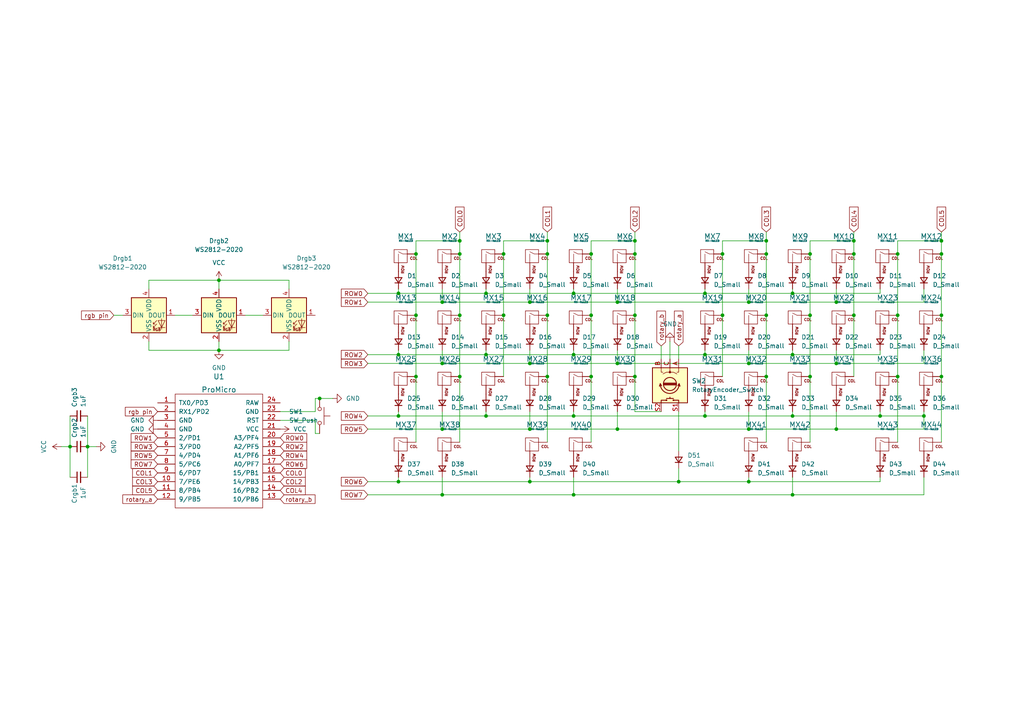
<source format=kicad_sch>
(kicad_sch (version 20211123) (generator eeschema)
  (paper "A4")
  (lib_symbols
    (symbol "Device:C_Small" (pin_numbers hide) (pin_names (offset 0.254) hide)
      (property "Reference" "C" (at 0.254 1.778 0))
      (property "Value" "C_Small" (at 0.254 -2.032 0))
      (symbol "C_Small_1_1"
        (pin passive line (at 0 2.54 270) (length 2.032) (name "~") (number "1"))
        (pin passive line (at 0 -2.54 90) (length 2.032) (name "~") (number "2"))
      )
    )
    (symbol "Device:D_Small" (pin_numbers hide) (pin_names (offset 0.254) hide)
      (property "Reference" "D" (at -1.27 2.032 0))
      (property "Value" "D_Small" (at -3.81 -2.032 0))
      (symbol "D_Small_1_1"
        (pin passive line (at -2.54 0 0) (length 1.778) (name "K") (number "1"))
        (pin passive line (at 2.54 0 180) (length 1.778) (name "A") (number "2"))
      )
    )
    (symbol "Device:RotaryEncoder_Switch" (pin_names (offset 0.254) hide)
      (property "Reference" "SW" (at 0 6.604 0))
      (property "Value" "RotaryEncoder_Switch" (at 0 -6.604 0))
      (symbol "RotaryEncoder_Switch_1_1"
        (pin passive line (at -7.62 2.54 0) (length 2.54) (name "A") (number "A"))
        (pin passive line (at -7.62 -2.54 0) (length 2.54) (name "B") (number "B"))
        (pin passive line (at -7.62 0 0) (length 2.54) (name "C") (number "C"))
        (pin passive line (at 7.62 2.54 180) (length 2.54) (name "S1") (number "S1"))
        (pin passive line (at 7.62 -2.54 180) (length 2.54) (name "S2") (number "S2"))
      )
    )
    (symbol "MX_Alps_Hybrid:MX-NoLED" (pin_names (offset 1.016))
      (property "Reference" "MX" (at -0.635 3.81 0))
      (property "Value" "MX-NoLED" (at -0.635 1.27 0))
      (symbol "MX-NoLED_0_0"
        (text "COL" (at 3.175 0 0) (effects (font (size 0.762 0.762))))
        (text "ROW" (at 0 -1.905 900) (effects (font (size 0.762 0.762)) (justify right)))
      )
      (symbol "MX-NoLED_1_1"
        (pin passive line (at 3.81 1.27 180) (length 2.54) (name "COL") (number "1"))
        (pin passive line (at -1.27 -3.81 90) (length 2.54) (name "ROW") (number "2"))
      )
    )
    (symbol "Switch:SW_Push" (pin_numbers hide) (pin_names (offset 1.016) hide)
      (property "Reference" "SW" (at 1.27 2.54 0))
      (property "Value" "SW_Push" (at 0 -1.524 0))
      (symbol "SW_Push_0_1"
        (pin passive line (at -5.08 0 0) (length 2.54) (name "1") (number "1"))
        (pin passive line (at 5.08 0 180) (length 2.54) (name "2") (number "2"))
      )
    )
    (symbol "crumpschemes:WS2812-2020" (pin_names (offset 0.254))
      (property "Reference" "D" (at 5.08 5.715 0))
      (property "Value" "WS2812-2020" (at 1.27 -5.715 0))
      (symbol "WS2812-2020_0_0"
        (text "RGB" (at 2.286 -4.191 0) (effects (font (size 0.762 0.762))))
      )
      (symbol "WS2812-2020_1_1"
        (pin output line (at 7.62 0 180) (length 2.54) (name "DOUT") (number "1"))
        (pin power_in line (at 0 -7.62 90) (length 2.54) (name "VSS") (number "2"))
        (pin input line (at -7.62 0 0) (length 2.54) (name "DIN") (number "3"))
        (pin power_in line (at 0 7.62 270) (length 2.54) (name "VDD") (number "4"))
      )
    )
    (symbol "keebio:ProMicro" (pin_names (offset 1.016))
      (property "Reference" "U" (at 0 0 0))
      (property "Value" "ProMicro" (at 0 -19.05 0))
      (symbol "ProMicro_1_1"
        (pin input line (at -17.78 13.97 0) (length 5.08) (name "TX0/PD3") (number "1"))
        (pin input line (at -17.78 -8.89 0) (length 5.08) (name "7/PE6") (number "10"))
        (pin input line (at -17.78 -11.43 0) (length 5.08) (name "8/PB4") (number "11"))
        (pin input line (at -17.78 -13.97 0) (length 5.08) (name "9/PB5") (number "12"))
        (pin input line (at 17.78 -13.97 180) (length 5.08) (name "10/PB6") (number "13"))
        (pin input line (at 17.78 -11.43 180) (length 5.08) (name "16/PB2") (number "14"))
        (pin input line (at 17.78 -8.89 180) (length 5.08) (name "14/PB3") (number "15"))
        (pin input line (at 17.78 -6.35 180) (length 5.08) (name "15/PB1") (number "16"))
        (pin input line (at 17.78 -3.81 180) (length 5.08) (name "A0/PF7") (number "17"))
        (pin input line (at 17.78 -1.27 180) (length 5.08) (name "A1/PF6") (number "18"))
        (pin input line (at 17.78 1.27 180) (length 5.08) (name "A2/PF5") (number "19"))
        (pin input line (at -17.78 11.43 0) (length 5.08) (name "RX1/PD2") (number "2"))
        (pin input line (at 17.78 3.81 180) (length 5.08) (name "A3/PF4") (number "20"))
        (pin input line (at 17.78 6.35 180) (length 5.08) (name "VCC") (number "21"))
        (pin input line (at 17.78 8.89 180) (length 5.08) (name "RST") (number "22"))
        (pin input line (at 17.78 11.43 180) (length 5.08) (name "GND") (number "23"))
        (pin input line (at 17.78 13.97 180) (length 5.08) (name "RAW") (number "24"))
        (pin input line (at -17.78 8.89 0) (length 5.08) (name "GND") (number "3"))
        (pin input line (at -17.78 6.35 0) (length 5.08) (name "GND") (number "4"))
        (pin input line (at -17.78 3.81 0) (length 5.08) (name "2/PD1") (number "5"))
        (pin input line (at -17.78 1.27 0) (length 5.08) (name "3/PD0") (number "6"))
        (pin input line (at -17.78 -1.27 0) (length 5.08) (name "4/PD4") (number "7"))
        (pin input line (at -17.78 -3.81 0) (length 5.08) (name "5/PC6") (number "8"))
        (pin input line (at -17.78 -6.35 0) (length 5.08) (name "6/PD7") (number "9"))
      )
    )
    (symbol "power:GND" (power) (pin_names (offset 0))
      (property "Value" "GND" (at 0 -3.81 0))
      (symbol "GND_1_1"
        (pin power_in line (at 0 0 270) (length 0) hide (name "GND") (number "1"))
      )
    )
    (symbol "power:VCC" (power) (pin_names (offset 0))
      (property "Value" "VCC" (at 0 3.81 0))
      (symbol "VCC_1_1"
        (pin power_in line (at 0 0 90) (length 0) hide (name "VCC") (number "1"))
      )
    )
  )
  (junction (at 229.87 102.87))
  (junction (at 120.65 73.66))
  (junction (at 222.25 69.85))
  (junction (at 158.75 109.22))
  (junction (at 166.37 85.09))
  (junction (at 146.05 73.66))
  (junction (at 25.4 129.54))
  (junction (at 140.97 120.65))
  (junction (at 204.47 102.87))
  (junction (at 234.95 91.44))
  (junction (at 120.65 91.44))
  (junction (at 140.97 102.87))
  (junction (at 63.5 81.28))
  (junction (at 166.37 102.87))
  (junction (at 217.17 105.41))
  (junction (at 63.5 101.6))
  (junction (at 128.27 105.41))
  (junction (at 217.17 87.63))
  (junction (at 153.67 124.46))
  (junction (at 260.35 91.44))
  (junction (at 229.87 85.09))
  (junction (at 133.35 69.85))
  (junction (at 171.45 109.22))
  (junction (at 260.35 109.22))
  (junction (at 209.55 73.66))
  (junction (at 222.25 73.66))
  (junction (at 217.17 124.46))
  (junction (at 115.57 85.09))
  (junction (at 247.65 73.66))
  (junction (at 196.85 139.7))
  (junction (at 184.15 69.85))
  (junction (at 140.97 85.09))
  (junction (at 204.47 120.65))
  (junction (at 146.05 91.44))
  (junction (at 158.75 91.44))
  (junction (at 158.75 73.66))
  (junction (at 179.07 124.46))
  (junction (at 217.17 139.7))
  (junction (at 128.27 143.51))
  (junction (at 273.05 109.22))
  (junction (at 242.57 124.46))
  (junction (at 128.27 124.46))
  (junction (at 273.05 91.44))
  (junction (at 247.65 91.44))
  (junction (at 133.35 109.22))
  (junction (at 273.05 69.85))
  (junction (at 158.75 69.85))
  (junction (at 153.67 139.7))
  (junction (at 115.57 120.65))
  (junction (at 133.35 73.66))
  (junction (at 115.57 102.87))
  (junction (at 166.37 120.65))
  (junction (at 171.45 91.44))
  (junction (at 204.47 85.09))
  (junction (at 234.95 73.66))
  (junction (at 115.57 139.7))
  (junction (at 171.45 73.66))
  (junction (at 128.27 87.63))
  (junction (at 222.25 91.44))
  (junction (at 234.95 109.22))
  (junction (at 222.25 109.22))
  (junction (at 242.57 87.63))
  (junction (at 209.55 91.44))
  (junction (at 255.27 120.65))
  (junction (at 153.67 105.41))
  (junction (at 120.65 109.22))
  (junction (at 92.71 115.57))
  (junction (at 20.32 129.54))
  (junction (at 153.67 87.63))
  (junction (at 267.97 120.65))
  (junction (at 247.65 69.85))
  (junction (at 179.07 105.41))
  (junction (at 184.15 73.66))
  (junction (at 133.35 91.44))
  (junction (at 166.37 143.51))
  (junction (at 229.87 120.65))
  (junction (at 184.15 91.44))
  (junction (at 184.15 109.22))
  (junction (at 229.87 143.51))
  (junction (at 179.07 87.63))
  (junction (at 260.35 73.66))
  (junction (at 273.05 73.66))
  (junction (at 242.57 105.41))
  (wire (pts (xy 140.97 102.87) (xy 166.37 102.87)))
  (wire (pts (xy 217.17 124.46) (xy 242.57 124.46)))
  (wire (pts (xy 196.85 135.89) (xy 196.85 139.7)))
  (wire (pts (xy 63.5 81.28) (xy 83.82 81.28)))
  (wire (pts (xy 115.57 139.7) (xy 153.67 139.7)))
  (wire (pts (xy 234.95 69.85) (xy 234.95 73.66)))
  (wire (pts (xy 217.17 105.41) (xy 242.57 105.41)))
  (wire (pts (xy 25.4 129.54) (xy 27.94 129.54)))
  (wire (pts (xy 25.4 129.54) (xy 25.4 120.65)))
  (wire (pts (xy 217.17 83.82) (xy 217.17 87.63)))
  (wire (pts (xy 222.25 67.31) (xy 222.25 69.85)))
  (wire (pts (xy 81.28 119.38) (xy 91.44 119.38)))
  (wire (pts (xy 260.35 91.44) (xy 260.35 109.22)))
  (wire (pts (xy 229.87 138.43) (xy 229.87 143.51)))
  (wire (pts (xy 229.87 85.09) (xy 255.27 85.09)))
  (wire (pts (xy 184.15 67.31) (xy 184.15 69.85)))
  (wire (pts (xy 166.37 120.65) (xy 204.47 120.65)))
  (wire (pts (xy 83.82 99.06) (xy 83.82 101.6)))
  (wire (pts (xy 273.05 69.85) (xy 260.35 69.85)))
  (wire (pts (xy 222.25 73.66) (xy 222.25 91.44)))
  (wire (pts (xy 171.45 69.85) (xy 184.15 69.85)))
  (wire (pts (xy 146.05 69.85) (xy 158.75 69.85)))
  (wire (pts (xy 25.4 138.43) (xy 25.4 129.54)))
  (wire (pts (xy 133.35 73.66) (xy 133.35 91.44)))
  (wire (pts (xy 217.17 139.7) (xy 255.27 139.7)))
  (wire (pts (xy 255.27 120.65) (xy 267.97 120.65)))
  (wire (pts (xy 128.27 105.41) (xy 153.67 105.41)))
  (wire (pts (xy 115.57 138.43) (xy 115.57 139.7)))
  (wire (pts (xy 43.18 99.06) (xy 43.18 101.6)))
  (wire (pts (xy 204.47 119.38) (xy 204.47 120.65)))
  (wire (pts (xy 128.27 143.51) (xy 166.37 143.51)))
  (wire (pts (xy 115.57 83.82) (xy 115.57 85.09)))
  (wire (pts (xy 106.68 85.09) (xy 115.57 85.09)))
  (wire (pts (xy 128.27 101.6) (xy 128.27 105.41)))
  (wire (pts (xy 217.17 138.43) (xy 217.17 139.7)))
  (wire (pts (xy 153.67 124.46) (xy 179.07 124.46)))
  (wire (pts (xy 267.97 138.43) (xy 267.97 143.51)))
  (wire (pts (xy 209.55 69.85) (xy 222.25 69.85)))
  (wire (pts (xy 140.97 119.38) (xy 140.97 120.65)))
  (wire (pts (xy 229.87 143.51) (xy 267.97 143.51)))
  (wire (pts (xy 196.85 119.38) (xy 196.85 130.81)))
  (wire (pts (xy 171.45 69.85) (xy 171.45 73.66)))
  (wire (pts (xy 196.85 139.7) (xy 217.17 139.7)))
  (wire (pts (xy 267.97 101.6) (xy 267.97 105.41)))
  (wire (pts (xy 63.5 99.06) (xy 63.5 101.6)))
  (wire (pts (xy 146.05 73.66) (xy 146.05 91.44)))
  (wire (pts (xy 63.5 101.6) (xy 83.82 101.6)))
  (wire (pts (xy 247.65 69.85) (xy 247.65 73.66)))
  (wire (pts (xy 217.17 87.63) (xy 242.57 87.63)))
  (wire (pts (xy 92.71 115.57) (xy 96.52 115.57)))
  (wire (pts (xy 179.07 83.82) (xy 179.07 87.63)))
  (wire (pts (xy 179.07 119.38) (xy 179.07 124.46)))
  (wire (pts (xy 242.57 105.41) (xy 267.97 105.41)))
  (wire (pts (xy 184.15 91.44) (xy 184.15 109.22)))
  (wire (pts (xy 133.35 109.22) (xy 133.35 128.27)))
  (wire (pts (xy 115.57 102.87) (xy 140.97 102.87)))
  (wire (pts (xy 153.67 138.43) (xy 153.67 139.7)))
  (wire (pts (xy 184.15 109.22) (xy 184.15 119.38)))
  (wire (pts (xy 140.97 101.6) (xy 140.97 102.87)))
  (wire (pts (xy 260.35 73.66) (xy 260.35 91.44)))
  (wire (pts (xy 158.75 91.44) (xy 158.75 109.22)))
  (wire (pts (xy 115.57 85.09) (xy 140.97 85.09)))
  (wire (pts (xy 43.18 101.6) (xy 63.5 101.6)))
  (wire (pts (xy 260.35 109.22) (xy 260.35 128.27)))
  (wire (pts (xy 171.45 91.44) (xy 171.45 109.22)))
  (wire (pts (xy 106.68 143.51) (xy 128.27 143.51)))
  (wire (pts (xy 115.57 120.65) (xy 140.97 120.65)))
  (wire (pts (xy 128.27 124.46) (xy 153.67 124.46)))
  (wire (pts (xy 273.05 73.66) (xy 273.05 91.44)))
  (wire (pts (xy 273.05 69.85) (xy 273.05 73.66)))
  (wire (pts (xy 20.32 129.54) (xy 20.32 120.65)))
  (wire (pts (xy 267.97 119.38) (xy 267.97 120.65)))
  (wire (pts (xy 63.5 81.28) (xy 63.5 83.82)))
  (wire (pts (xy 273.05 109.22) (xy 273.05 128.27)))
  (wire (pts (xy 204.47 85.09) (xy 229.87 85.09)))
  (wire (pts (xy 209.55 73.66) (xy 209.55 91.44)))
  (wire (pts (xy 222.25 91.44) (xy 222.25 109.22)))
  (wire (pts (xy 229.87 83.82) (xy 229.87 85.09)))
  (wire (pts (xy 128.27 119.38) (xy 128.27 124.46)))
  (wire (pts (xy 33.02 91.44) (xy 35.56 91.44)))
  (wire (pts (xy 179.07 101.6) (xy 179.07 105.41)))
  (wire (pts (xy 204.47 101.6) (xy 204.47 102.87)))
  (wire (pts (xy 247.65 69.85) (xy 234.95 69.85)))
  (wire (pts (xy 43.18 83.82) (xy 43.18 81.28)))
  (wire (pts (xy 71.12 91.44) (xy 76.2 91.44)))
  (wire (pts (xy 209.55 69.85) (xy 209.55 73.66)))
  (wire (pts (xy 191.77 119.38) (xy 184.15 119.38)))
  (wire (pts (xy 166.37 119.38) (xy 166.37 120.65)))
  (wire (pts (xy 133.35 67.31) (xy 133.35 69.85)))
  (wire (pts (xy 171.45 73.66) (xy 171.45 91.44)))
  (wire (pts (xy 115.57 101.6) (xy 115.57 102.87)))
  (wire (pts (xy 247.65 67.31) (xy 247.65 69.85)))
  (wire (pts (xy 234.95 91.44) (xy 234.95 109.22)))
  (wire (pts (xy 273.05 67.31) (xy 273.05 69.85)))
  (wire (pts (xy 179.07 124.46) (xy 217.17 124.46)))
  (wire (pts (xy 120.65 109.22) (xy 120.65 128.27)))
  (wire (pts (xy 91.44 125.73) (xy 92.71 125.73)))
  (wire (pts (xy 106.68 139.7) (xy 115.57 139.7)))
  (wire (pts (xy 267.97 83.82) (xy 267.97 87.63)))
  (wire (pts (xy 191.77 100.33) (xy 191.77 104.14)))
  (wire (pts (xy 120.65 73.66) (xy 120.65 91.44)))
  (wire (pts (xy 242.57 124.46) (xy 267.97 124.46)))
  (wire (pts (xy 255.27 83.82) (xy 255.27 85.09)))
  (wire (pts (xy 242.57 87.63) (xy 267.97 87.63)))
  (wire (pts (xy 83.82 81.28) (xy 83.82 83.82)))
  (wire (pts (xy 128.27 83.82) (xy 128.27 87.63)))
  (wire (pts (xy 153.67 139.7) (xy 196.85 139.7)))
  (wire (pts (xy 204.47 102.87) (xy 229.87 102.87)))
  (wire (pts (xy 128.27 138.43) (xy 128.27 143.51)))
  (wire (pts (xy 229.87 102.87) (xy 255.27 102.87)))
  (wire (pts (xy 158.75 67.31) (xy 158.75 69.85)))
  (wire (pts (xy 106.68 87.63) (xy 128.27 87.63)))
  (wire (pts (xy 166.37 85.09) (xy 204.47 85.09)))
  (wire (pts (xy 222.25 69.85) (xy 222.25 73.66)))
  (wire (pts (xy 273.05 91.44) (xy 273.05 109.22)))
  (wire (pts (xy 234.95 73.66) (xy 234.95 91.44)))
  (wire (pts (xy 92.71 115.57) (xy 91.44 115.57)))
  (wire (pts (xy 217.17 101.6) (xy 217.17 105.41)))
  (wire (pts (xy 166.37 102.87) (xy 204.47 102.87)))
  (wire (pts (xy 106.68 124.46) (xy 128.27 124.46)))
  (wire (pts (xy 267.97 120.65) (xy 267.97 124.46)))
  (wire (pts (xy 194.31 99.06) (xy 194.31 104.14)))
  (wire (pts (xy 153.67 87.63) (xy 179.07 87.63)))
  (wire (pts (xy 255.27 101.6) (xy 255.27 102.87)))
  (wire (pts (xy 184.15 69.85) (xy 184.15 73.66)))
  (wire (pts (xy 196.85 100.33) (xy 196.85 104.14)))
  (wire (pts (xy 106.68 102.87) (xy 115.57 102.87)))
  (wire (pts (xy 229.87 101.6) (xy 229.87 102.87)))
  (wire (pts (xy 140.97 85.09) (xy 166.37 85.09)))
  (wire (pts (xy 20.32 138.43) (xy 20.32 129.54)))
  (wire (pts (xy 229.87 120.65) (xy 255.27 120.65)))
  (wire (pts (xy 184.15 73.66) (xy 184.15 91.44)))
  (wire (pts (xy 153.67 83.82) (xy 153.67 87.63)))
  (wire (pts (xy 255.27 138.43) (xy 255.27 139.7)))
  (wire (pts (xy 242.57 83.82) (xy 242.57 87.63)))
  (wire (pts (xy 106.68 120.65) (xy 115.57 120.65)))
  (wire (pts (xy 158.75 109.22) (xy 158.75 128.27)))
  (wire (pts (xy 120.65 91.44) (xy 120.65 109.22)))
  (wire (pts (xy 120.65 69.85) (xy 120.65 73.66)))
  (wire (pts (xy 234.95 109.22) (xy 234.95 128.27)))
  (wire (pts (xy 158.75 69.85) (xy 158.75 73.66)))
  (wire (pts (xy 17.78 129.54) (xy 20.32 129.54)))
  (wire (pts (xy 204.47 120.65) (xy 229.87 120.65)))
  (wire (pts (xy 133.35 91.44) (xy 133.35 109.22)))
  (wire (pts (xy 247.65 91.44) (xy 247.65 109.22)))
  (wire (pts (xy 153.67 101.6) (xy 153.67 105.41)))
  (wire (pts (xy 81.28 121.92) (xy 91.44 121.92)))
  (wire (pts (xy 179.07 87.63) (xy 217.17 87.63)))
  (wire (pts (xy 217.17 119.38) (xy 217.17 124.46)))
  (wire (pts (xy 255.27 119.38) (xy 255.27 120.65)))
  (wire (pts (xy 146.05 91.44) (xy 146.05 109.22)))
  (wire (pts (xy 153.67 119.38) (xy 153.67 124.46)))
  (wire (pts (xy 242.57 119.38) (xy 242.57 124.46)))
  (wire (pts (xy 242.57 101.6) (xy 242.57 105.41)))
  (wire (pts (xy 166.37 83.82) (xy 166.37 85.09)))
  (wire (pts (xy 179.07 105.41) (xy 217.17 105.41)))
  (wire (pts (xy 128.27 87.63) (xy 153.67 87.63)))
  (wire (pts (xy 115.57 119.38) (xy 115.57 120.65)))
  (wire (pts (xy 260.35 69.85) (xy 260.35 73.66)))
  (wire (pts (xy 91.44 121.92) (xy 91.44 125.73)))
  (wire (pts (xy 209.55 91.44) (xy 209.55 109.22)))
  (wire (pts (xy 140.97 83.82) (xy 140.97 85.09)))
  (wire (pts (xy 247.65 73.66) (xy 247.65 91.44)))
  (wire (pts (xy 171.45 109.22) (xy 171.45 128.27)))
  (wire (pts (xy 204.47 83.82) (xy 204.47 85.09)))
  (wire (pts (xy 140.97 120.65) (xy 166.37 120.65)))
  (wire (pts (xy 50.8 91.44) (xy 55.88 91.44)))
  (wire (pts (xy 222.25 109.22) (xy 222.25 128.27)))
  (wire (pts (xy 133.35 69.85) (xy 120.65 69.85)))
  (wire (pts (xy 153.67 105.41) (xy 179.07 105.41)))
  (wire (pts (xy 133.35 69.85) (xy 133.35 73.66)))
  (wire (pts (xy 166.37 138.43) (xy 166.37 143.51)))
  (wire (pts (xy 158.75 73.66) (xy 158.75 91.44)))
  (wire (pts (xy 166.37 143.51) (xy 229.87 143.51)))
  (wire (pts (xy 166.37 101.6) (xy 166.37 102.87)))
  (wire (pts (xy 106.68 105.41) (xy 128.27 105.41)))
  (wire (pts (xy 43.18 81.28) (xy 63.5 81.28)))
  (wire (pts (xy 146.05 69.85) (xy 146.05 73.66)))
  (wire (pts (xy 229.87 119.38) (xy 229.87 120.65)))
  (wire (pts (xy 91.44 115.57) (xy 91.44 119.38)))
  (global_label "ROW6" (shape input) (at 81.28 134.62 0) (property "Intersheet References" "${INTERSHEET_REFS}" (effects hide)))
  (global_label "ROW4" (shape input) (at 81.28 132.08 0) (property "Intersheet References" "${INTERSHEET_REFS}" (effects hide)))
  (global_label "ROW3" (shape input) (at 45.72 129.54 180) (property "Intersheet References" "${INTERSHEET_REFS}" (effects hide)))
  (global_label "ROW0" (shape input) (at 81.28 127 0) (property "Intersheet References" "${INTERSHEET_REFS}" (effects hide)))
  (global_label "COL2" (shape input) (at 184.15 67.31 90) (property "Intersheet References" "${INTERSHEET_REFS}" (effects hide)))
  (global_label "COL1" (shape input) (at 45.72 137.16 180) (property "Intersheet References" "${INTERSHEET_REFS}" (effects hide)))
  (global_label "ROW5" (shape input) (at 45.72 132.08 180) (property "Intersheet References" "${INTERSHEET_REFS}" (effects hide)))
  (global_label "ROW2" (shape input) (at 106.68 102.87 180) (property "Intersheet References" "${INTERSHEET_REFS}" (effects hide)))
  (global_label "rgb pin" (shape input) (at 33.02 91.44 180) (property "Intersheet References" "${INTERSHEET_REFS}" (effects hide)))
  (global_label "COL3" (shape input) (at 222.25 67.31 90) (property "Intersheet References" "${INTERSHEET_REFS}" (effects hide)))
  (global_label "rotary_a" (shape input) (at 196.85 100.33 90) (property "Intersheet References" "${INTERSHEET_REFS}" (effects hide)))
  (global_label "COL0" (shape input) (at 81.28 137.16 0) (property "Intersheet References" "${INTERSHEET_REFS}" (effects hide)))
  (global_label "rotary_a" (shape input) (at 45.72 144.78 180) (property "Intersheet References" "${INTERSHEET_REFS}" (effects hide)))
  (global_label "ROW1" (shape input) (at 106.68 87.63 180) (property "Intersheet References" "${INTERSHEET_REFS}" (effects hide)))
  (global_label "ROW4" (shape input) (at 106.68 120.65 180) (property "Intersheet References" "${INTERSHEET_REFS}" (effects hide)))
  (global_label "ROW7" (shape input) (at 45.72 134.62 180) (property "Intersheet References" "${INTERSHEET_REFS}" (effects hide)))
  (global_label "COL5" (shape input) (at 45.72 142.24 180) (property "Intersheet References" "${INTERSHEET_REFS}" (effects hide)))
  (global_label "COL0" (shape input) (at 133.35 67.31 90) (property "Intersheet References" "${INTERSHEET_REFS}" (effects hide)))
  (global_label "ROW5" (shape input) (at 106.68 124.46 180) (property "Intersheet References" "${INTERSHEET_REFS}" (effects hide)))
  (global_label "rgb pin" (shape input) (at 45.72 119.38 180) (property "Intersheet References" "${INTERSHEET_REFS}" (effects hide)))
  (global_label "ROW6" (shape input) (at 106.68 139.7 180) (property "Intersheet References" "${INTERSHEET_REFS}" (effects hide)))
  (global_label "COL4" (shape input) (at 81.28 142.24 0) (property "Intersheet References" "${INTERSHEET_REFS}" (effects hide)))
  (global_label "rotary_b" (shape input) (at 81.28 144.78 0) (property "Intersheet References" "${INTERSHEET_REFS}" (effects hide)))
  (global_label "ROW3" (shape input) (at 106.68 105.41 180) (property "Intersheet References" "${INTERSHEET_REFS}" (effects hide)))
  (global_label "COL1" (shape input) (at 158.75 67.31 90) (property "Intersheet References" "${INTERSHEET_REFS}" (effects hide)))
  (global_label "COL5" (shape input) (at 273.05 67.31 90) (property "Intersheet References" "${INTERSHEET_REFS}" (effects hide)))
  (global_label "COL3" (shape input) (at 45.72 139.7 180) (property "Intersheet References" "${INTERSHEET_REFS}" (effects hide)))
  (global_label "ROW2" (shape input) (at 81.28 129.54 0) (property "Intersheet References" "${INTERSHEET_REFS}" (effects hide)))
  (global_label "rotary_b" (shape input) (at 191.77 100.33 90) (property "Intersheet References" "${INTERSHEET_REFS}" (effects hide)))
  (global_label "COL4" (shape input) (at 247.65 67.31 90) (property "Intersheet References" "${INTERSHEET_REFS}" (effects hide)))
  (global_label "ROW0" (shape input) (at 106.68 85.09 180) (property "Intersheet References" "${INTERSHEET_REFS}" (effects hide)))
  (global_label "ROW1" (shape input) (at 45.72 127 180) (property "Intersheet References" "${INTERSHEET_REFS}" (effects hide)))
  (global_label "COL2" (shape input) (at 81.28 139.7 0) (property "Intersheet References" "${INTERSHEET_REFS}" (effects hide)))
  (global_label "ROW7" (shape input) (at 106.68 143.51 180) (property "Intersheet References" "${INTERSHEET_REFS}" (effects hide)))
  (symbol (lib_id "Device:D_Small") (at 115.57 116.84 90) (unit 1)
    (property "Reference" "D25" (at 118.11 115.5699 90) (effects (justify right)))
    (property "Value" "D_Small" (at 118.11 118.1099 90) (effects (justify right)))
    (property "Footprint" "Diode_THT:D_DO-35_SOD27_P7.62mm_Horizontal" (effects hide))
  )
  (symbol (lib_id "MX_Alps_Hybrid:MX-NoLED") (at 116.84 110.49 0) (unit 1)
    (property "Reference" "MX25" (at 117.7256 104.14 0) (effects (font (size 1.524 1.524))))
    (property "Value" "MX-NoLED" (at 117.7256 105.41 0) (effects (font (size 0.508 0.508))))
    (property "Footprint" "MX_Only:MXOnly-1U-NoLED" (effects hide))
  )
  (symbol (lib_id "MX_Alps_Hybrid:MX-NoLED") (at 154.94 92.71 0) (unit 1)
    (property "Reference" "MX16" (at 155.8256 86.36 0) (effects (font (size 1.524 1.524))))
    (property "Value" "MX-NoLED" (at 155.8256 87.63 0) (effects (font (size 0.508 0.508))))
    (property "Footprint" "MX_Only:MXOnly-1U-NoLED" (effects hide))
  )
  (symbol (lib_id "Device:D_Small") (at 255.27 135.89 90) (unit 1)
    (property "Reference" "D43" (at 257.81 134.6199 90) (effects (justify right)))
    (property "Value" "D_Small" (at 257.81 137.1599 90) (effects (justify right)))
    (property "Footprint" "Diode_THT:D_DO-35_SOD27_P7.62mm_Horizontal" (effects hide))
  )
  (symbol (lib_id "Device:D_Small") (at 229.87 81.28 90) (unit 1)
    (property "Reference" "D9" (at 232.41 80.0099 90) (effects (justify right)))
    (property "Value" "D_Small" (at 232.41 82.5499 90) (effects (justify right)))
    (property "Footprint" "Diode_THT:D_DO-35_SOD27_P7.62mm_Horizontal" (effects hide))
  )
  (symbol (lib_id "Device:D_Small") (at 267.97 99.06 90) (unit 1)
    (property "Reference" "D24" (at 270.51 97.7899 90) (effects (justify right)))
    (property "Value" "D_Small" (at 270.51 100.3299 90) (effects (justify right)))
    (property "Footprint" "Diode_THT:D_DO-35_SOD27_P7.62mm_Horizontal" (effects hide))
  )
  (symbol (lib_id "MX_Alps_Hybrid:MX-NoLED") (at 116.84 74.93 0) (unit 1)
    (property "Reference" "MX1" (at 117.7256 68.58 0) (effects (font (size 1.524 1.524))))
    (property "Value" "MX-NoLED" (at 117.7256 69.85 0) (effects (font (size 0.508 0.508))))
    (property "Footprint" "MX_Only:MXOnly-1U-NoLED" (effects hide))
  )
  (symbol (lib_id "Device:D_Small") (at 229.87 99.06 90) (unit 1)
    (property "Reference" "D21" (at 232.41 97.7899 90) (effects (justify right)))
    (property "Value" "D_Small" (at 232.41 100.3299 90) (effects (justify right)))
    (property "Footprint" "Diode_THT:D_DO-35_SOD27_P7.62mm_Horizontal" (effects hide))
  )
  (symbol (lib_id "Device:D_Small") (at 267.97 81.28 90) (unit 1)
    (property "Reference" "D12" (at 270.51 80.0099 90) (effects (justify right)))
    (property "Value" "D_Small" (at 270.51 82.5499 90) (effects (justify right)))
    (property "Footprint" "Diode_THT:D_DO-35_SOD27_P7.62mm_Horizontal" (effects hide))
  )
  (symbol (lib_id "crumpschemes:WS2812-2020") (at 63.5 91.44 0) (unit 1)
    (property "Reference" "Drgb2" (at 63.5 69.85 0))
    (property "Value" "WS2812-2020" (at 63.5 72.39 0))
    (property "Footprint" "CrumpPrints:WS2812-2020" (effects hide))
    (property "Datasheet" "http://www.peace-corp.co.jp/data/WS2812-2020_V1.0_EN.pdf" (effects hide))
  )
  (symbol (lib_id "Device:D_Small") (at 153.67 99.06 90) (unit 1)
    (property "Reference" "D16" (at 156.21 97.7899 90) (effects (justify right)))
    (property "Value" "D_Small" (at 156.21 100.3299 90) (effects (justify right)))
    (property "Footprint" "Diode_THT:D_DO-35_SOD27_P7.62mm_Horizontal" (effects hide))
  )
  (symbol (lib_id "power:GND") (at 45.72 121.92 270) (unit 1)
    (property "Reference" "#PWR0101" (effects hide))
    (property "Value" "GND" (at 41.91 121.9199 90) (effects (justify right)))
  )
  (symbol (lib_id "Device:D_Small") (at 166.37 99.06 90) (unit 1)
    (property "Reference" "D17" (at 168.91 97.7899 90) (effects (justify right)))
    (property "Value" "D_Small" (at 168.91 100.3299 90) (effects (justify right)))
    (property "Footprint" "Diode_THT:D_DO-35_SOD27_P7.62mm_Horizontal" (effects hide))
  )
  (symbol (lib_id "MX_Alps_Hybrid:MX-NoLED") (at 256.54 92.71 0) (unit 1)
    (property "Reference" "MX23" (at 257.4256 86.36 0) (effects (font (size 1.524 1.524))))
    (property "Value" "MX-NoLED" (at 257.4256 87.63 0) (effects (font (size 0.508 0.508))))
    (property "Footprint" "MX_Only:MXOnly-1U-NoLED" (effects hide))
  )
  (symbol (lib_id "Device:C_Small") (at 22.86 120.65 90) (unit 1)
    (property "Reference" "Crgb3" (at 21.5962 118.11 0) (effects (justify left)))
    (property "Value" "1uF" (at 24.1362 118.11 0) (effects (justify left)))
    (property "Footprint" "Capacitor_SMD:C_0402_1005Metric" (effects hide))
  )
  (symbol (lib_id "MX_Alps_Hybrid:MX-NoLED") (at 167.64 92.71 0) (unit 1)
    (property "Reference" "MX17" (at 168.5256 86.36 0) (effects (font (size 1.524 1.524))))
    (property "Value" "MX-NoLED" (at 168.5256 87.63 0) (effects (font (size 0.508 0.508))))
    (property "Footprint" "MX_Only:MXOnly-1U-NoLED" (effects hide))
  )
  (symbol (lib_id "Switch:SW_Push") (at 92.71 120.65 270) (unit 1)
    (property "Reference" "SW1" (at 83.82 119.38 90) (effects (justify left)))
    (property "Value" "SW_Push" (at 83.82 121.92 90) (effects (justify left)))
    (property "Footprint" "random-keyboard-parts:SKQG-1155865" (effects hide))
  )
  (symbol (lib_id "Device:D_Small") (at 229.87 135.89 90) (unit 1)
    (property "Reference" "D42" (at 232.41 134.6199 90) (effects (justify right)))
    (property "Value" "D_Small" (at 232.41 137.1599 90) (effects (justify right)))
    (property "Footprint" "Diode_THT:D_DO-35_SOD27_P7.62mm_Horizontal" (effects hide))
  )
  (symbol (lib_id "Device:D_Small") (at 153.67 81.28 90) (unit 1)
    (property "Reference" "D4" (at 156.21 80.0099 90) (effects (justify right)))
    (property "Value" "D_Small" (at 156.21 82.5499 90) (effects (justify right)))
    (property "Footprint" "Diode_THT:D_DO-35_SOD27_P7.62mm_Horizontal" (effects hide))
  )
  (symbol (lib_id "crumpschemes:WS2812-2020") (at 43.18 91.44 0) (unit 1)
    (property "Reference" "Drgb1" (at 35.56 74.93 0))
    (property "Value" "WS2812-2020" (at 35.56 77.47 0))
    (property "Footprint" "CrumpPrints:WS2812-2020" (effects hide))
    (property "Datasheet" "http://www.peace-corp.co.jp/data/WS2812-2020_V1.0_EN.pdf" (effects hide))
  )
  (symbol (lib_id "MX_Alps_Hybrid:MX-NoLED") (at 218.44 74.93 0) (unit 1)
    (property "Reference" "MX8" (at 219.3256 68.58 0) (effects (font (size 1.524 1.524))))
    (property "Value" "MX-NoLED" (at 219.3256 69.85 0) (effects (font (size 0.508 0.508))))
    (property "Footprint" "MX_Only:MXOnly-1U-NoLED" (effects hide))
  )
  (symbol (lib_id "Device:D_Small") (at 255.27 99.06 90) (unit 1)
    (property "Reference" "D23" (at 257.81 97.7899 90) (effects (justify right)))
    (property "Value" "D_Small" (at 257.81 100.3299 90) (effects (justify right)))
    (property "Footprint" "Diode_THT:D_DO-35_SOD27_P7.62mm_Horizontal" (effects hide))
  )
  (symbol (lib_id "MX_Alps_Hybrid:MX-NoLED") (at 142.24 74.93 0) (unit 1)
    (property "Reference" "MX3" (at 143.1256 68.58 0) (effects (font (size 1.524 1.524))))
    (property "Value" "MX-NoLED" (at 143.1256 69.85 0) (effects (font (size 0.508 0.508))))
    (property "Footprint" "MX_Only:MXOnly-1U-NoLED" (effects hide))
  )
  (symbol (lib_id "MX_Alps_Hybrid:MX-NoLED") (at 129.54 110.49 0) (unit 1)
    (property "Reference" "MX26" (at 130.4256 104.14 0) (effects (font (size 1.524 1.524))))
    (property "Value" "MX-NoLED" (at 130.4256 105.41 0) (effects (font (size 0.508 0.508))))
    (property "Footprint" "MX_Only:MXOnly-1U-NoLED" (effects hide))
  )
  (symbol (lib_id "Device:C_Small") (at 22.86 138.43 90) (unit 1)
    (property "Reference" "Crgb1" (at 21.59 146.05 0) (effects (justify left)))
    (property "Value" "1uF" (at 24.13 144.78 0) (effects (justify left)))
    (property "Footprint" "Capacitor_SMD:C_0402_1005Metric" (effects hide))
  )
  (symbol (lib_id "Device:D_Small") (at 267.97 135.89 90) (unit 1)
    (property "Reference" "D44" (at 270.51 134.6199 90) (effects (justify right)))
    (property "Value" "D_Small" (at 270.51 137.1599 90) (effects (justify right)))
    (property "Footprint" "Diode_THT:D_DO-35_SOD27_P7.62mm_Horizontal" (effects hide))
  )
  (symbol (lib_id "Device:D_Small") (at 166.37 81.28 90) (unit 1)
    (property "Reference" "D5" (at 168.91 80.0099 90) (effects (justify right)))
    (property "Value" "D_Small" (at 168.91 82.5499 90) (effects (justify right)))
    (property "Footprint" "Diode_THT:D_DO-35_SOD27_P7.62mm_Horizontal" (effects hide))
  )
  (symbol (lib_id "MX_Alps_Hybrid:MX-NoLED") (at 129.54 74.93 0) (unit 1)
    (property "Reference" "MX2" (at 130.4256 68.58 0) (effects (font (size 1.524 1.524))))
    (property "Value" "MX-NoLED" (at 130.4256 69.85 0) (effects (font (size 0.508 0.508))))
    (property "Footprint" "MX_Only:MXOnly-1U-NoLED" (effects hide))
  )
  (symbol (lib_id "Device:D_Small") (at 242.57 81.28 90) (unit 1)
    (property "Reference" "D10" (at 245.11 80.0099 90) (effects (justify right)))
    (property "Value" "D_Small" (at 245.11 82.5499 90) (effects (justify right)))
    (property "Footprint" "Diode_THT:D_DO-35_SOD27_P7.62mm_Horizontal" (effects hide))
  )
  (symbol (lib_id "MX_Alps_Hybrid:MX-NoLED") (at 256.54 74.93 0) (unit 1)
    (property "Reference" "MX11" (at 257.4256 68.58 0) (effects (font (size 1.524 1.524))))
    (property "Value" "MX-NoLED" (at 257.4256 69.85 0) (effects (font (size 0.508 0.508))))
    (property "Footprint" "MX_Only:MXOnly-1U-NoLED" (effects hide))
  )
  (symbol (lib_id "Device:D_Small") (at 229.87 116.84 90) (unit 1)
    (property "Reference" "D33" (at 232.41 115.5699 90) (effects (justify right)))
    (property "Value" "D_Small" (at 232.41 118.1099 90) (effects (justify right)))
    (property "Footprint" "Diode_THT:D_DO-35_SOD27_P7.62mm_Horizontal" (effects hide))
  )
  (symbol (lib_id "MX_Alps_Hybrid:MX-NoLED") (at 218.44 92.71 0) (unit 1)
    (property "Reference" "MX20" (at 219.3256 86.36 0) (effects (font (size 1.524 1.524))))
    (property "Value" "MX-NoLED" (at 219.3256 87.63 0) (effects (font (size 0.508 0.508))))
    (property "Footprint" "MX_Only:MXOnly-1U-NoLED" (effects hide))
  )
  (symbol (lib_id "MX_Alps_Hybrid:MX-NoLED") (at 167.64 110.49 0) (unit 1)
    (property "Reference" "MX29" (at 168.5256 104.14 0) (effects (font (size 1.524 1.524))))
    (property "Value" "MX-NoLED" (at 168.5256 105.41 0) (effects (font (size 0.508 0.508))))
    (property "Footprint" "MX_Only:MXOnly-1U-NoLED" (effects hide))
  )
  (symbol (lib_id "MX_Alps_Hybrid:MX-NoLED") (at 231.14 92.71 0) (unit 1)
    (property "Reference" "MX21" (at 232.0256 86.36 0) (effects (font (size 1.524 1.524))))
    (property "Value" "MX-NoLED" (at 232.0256 87.63 0) (effects (font (size 0.508 0.508))))
    (property "Footprint" "MX_Only:MXOnly-1U-NoLED" (effects hide))
  )
  (symbol (lib_id "Device:D_Small") (at 140.97 116.84 90) (unit 1)
    (property "Reference" "D27" (at 143.51 115.5699 90) (effects (justify right)))
    (property "Value" "D_Small" (at 143.51 118.1099 90) (effects (justify right)))
    (property "Footprint" "Diode_THT:D_DO-35_SOD27_P7.62mm_Horizontal" (effects hide))
  )
  (symbol (lib_id "Device:D_Small") (at 140.97 81.28 90) (unit 1)
    (property "Reference" "D3" (at 143.51 80.0099 90) (effects (justify right)))
    (property "Value" "D_Small" (at 143.51 82.5499 90) (effects (justify right)))
    (property "Footprint" "Diode_THT:D_DO-35_SOD27_P7.62mm_Horizontal" (effects hide))
  )
  (symbol (lib_id "Device:D_Small") (at 153.67 116.84 90) (unit 1)
    (property "Reference" "D28" (at 156.21 115.5699 90) (effects (justify right)))
    (property "Value" "D_Small" (at 156.21 118.1099 90) (effects (justify right)))
    (property "Footprint" "Diode_THT:D_DO-35_SOD27_P7.62mm_Horizontal" (effects hide))
  )
  (symbol (lib_id "Device:D_Small") (at 217.17 99.06 90) (unit 1)
    (property "Reference" "D20" (at 219.71 97.7899 90) (effects (justify right)))
    (property "Value" "D_Small" (at 219.71 100.3299 90) (effects (justify right)))
    (property "Footprint" "Diode_THT:D_DO-35_SOD27_P7.62mm_Horizontal" (effects hide))
  )
  (symbol (lib_id "Device:D_Small") (at 217.17 81.28 90) (unit 1)
    (property "Reference" "D8" (at 219.71 80.0099 90) (effects (justify right)))
    (property "Value" "D_Small" (at 219.71 82.5499 90) (effects (justify right)))
    (property "Footprint" "Diode_THT:D_DO-35_SOD27_P7.62mm_Horizontal" (effects hide))
  )
  (symbol (lib_id "Device:D_Small") (at 255.27 116.84 90) (unit 1)
    (property "Reference" "D35" (at 257.81 115.5699 90) (effects (justify right)))
    (property "Value" "D_Small" (at 257.81 118.1099 90) (effects (justify right)))
    (property "Footprint" "Diode_THT:D_DO-35_SOD27_P7.62mm_Horizontal" (effects hide))
  )
  (symbol (lib_id "Device:D_Small") (at 204.47 81.28 90) (unit 1)
    (property "Reference" "D7" (at 207.01 80.0099 90) (effects (justify right)))
    (property "Value" "D_Small" (at 207.01 82.5499 90) (effects (justify right)))
    (property "Footprint" "Diode_THT:D_DO-35_SOD27_P7.62mm_Horizontal" (effects hide))
  )
  (symbol (lib_id "Device:D_Small") (at 166.37 116.84 90) (unit 1)
    (property "Reference" "D29" (at 168.91 115.5699 90) (effects (justify right)))
    (property "Value" "D_Small" (at 168.91 118.1099 90) (effects (justify right)))
    (property "Footprint" "Diode_THT:D_DO-35_SOD27_P7.62mm_Horizontal" (effects hide))
  )
  (symbol (lib_id "MX_Alps_Hybrid:MX-NoLED") (at 205.74 74.93 0) (unit 1)
    (property "Reference" "MX7" (at 206.6256 68.58 0) (effects (font (size 1.524 1.524))))
    (property "Value" "MX-NoLED" (at 206.6256 69.85 0) (effects (font (size 0.508 0.508))))
    (property "Footprint" "MX_Only:MXOnly-1U-NoLED" (effects hide))
  )
  (symbol (lib_id "power:GND") (at 63.5 101.6 0) (unit 1)
    (property "Reference" "#PWR0105" (effects hide))
    (property "Value" "GND" (at 63.5 106.68 0))
  )
  (symbol (lib_id "MX_Alps_Hybrid:MX-NoLED") (at 180.34 110.49 0) (unit 1)
    (property "Reference" "MX30" (at 181.2256 104.14 0) (effects (font (size 1.524 1.524))))
    (property "Value" "MX-NoLED" (at 181.2256 105.41 0) (effects (font (size 0.508 0.508))))
    (property "Footprint" "MX_Only:MXOnly-1U-NoLED" (effects hide))
  )
  (symbol (lib_id "MX_Alps_Hybrid:MX-NoLED") (at 129.54 129.54 0) (unit 1)
    (property "Reference" "MX38" (at 130.4256 123.19 0) (effects (font (size 1.524 1.524))))
    (property "Value" "MX-NoLED" (at 130.4256 124.46 0) (effects (font (size 0.508 0.508))))
    (property "Footprint" "MX_Only:MXOnly-1.25U-NoLED" (effects hide))
  )
  (symbol (lib_id "Device:D_Small") (at 179.07 116.84 90) (unit 1)
    (property "Reference" "D30" (at 181.61 115.5699 90) (effects (justify right)))
    (property "Value" "D_Small" (at 181.61 118.1099 90) (effects (justify right)))
    (property "Footprint" "Diode_THT:D_DO-35_SOD27_P7.62mm_Horizontal" (effects hide))
  )
  (symbol (lib_id "MX_Alps_Hybrid:MX-NoLED") (at 205.74 92.71 0) (unit 1)
    (property "Reference" "MX19" (at 206.6256 86.36 0) (effects (font (size 1.524 1.524))))
    (property "Value" "MX-NoLED" (at 206.6256 87.63 0) (effects (font (size 0.508 0.508))))
    (property "Footprint" "MX_Only:MXOnly-1U-NoLED" (effects hide))
  )
  (symbol (lib_id "MX_Alps_Hybrid:MX-NoLED") (at 256.54 110.49 0) (unit 1)
    (property "Reference" "MX35" (at 257.4256 104.14 0) (effects (font (size 1.524 1.524))))
    (property "Value" "MX-NoLED" (at 257.4256 105.41 0) (effects (font (size 0.508 0.508))))
    (property "Footprint" "MX_Only:MXOnly-1U-NoLED" (effects hide))
  )
  (symbol (lib_id "Device:D_Small") (at 128.27 81.28 90) (unit 1)
    (property "Reference" "D2" (at 130.81 80.0099 90) (effects (justify right)))
    (property "Value" "D_Small" (at 130.81 82.5499 90) (effects (justify right)))
    (property "Footprint" "Diode_THT:D_DO-35_SOD27_P7.62mm_Horizontal" (effects hide))
  )
  (symbol (lib_id "crumpschemes:WS2812-2020") (at 83.82 91.44 0) (unit 1)
    (property "Reference" "Drgb3" (at 88.9 74.93 0))
    (property "Value" "WS2812-2020" (at 88.9 77.47 0))
    (property "Footprint" "CrumpPrints:WS2812-2020" (effects hide))
    (property "Datasheet" "http://www.peace-corp.co.jp/data/WS2812-2020_V1.0_EN.pdf" (effects hide))
  )
  (symbol (lib_id "MX_Alps_Hybrid:MX-NoLED") (at 218.44 129.54 0) (unit 1)
    (property "Reference" "MX41" (at 219.3256 123.19 0) (effects (font (size 1.524 1.524))))
    (property "Value" "MX-NoLED" (at 219.3256 124.46 0) (effects (font (size 0.508 0.508))))
    (property "Footprint" "MX_Only:MXOnly-3U-ReversedStabilizers-NoLED" (effects hide))
  )
  (symbol (lib_id "Device:D_Small") (at 115.57 135.89 90) (unit 1)
    (property "Reference" "D37" (at 118.11 134.6199 90) (effects (justify right)))
    (property "Value" "D_Small" (at 118.11 137.1599 90) (effects (justify right)))
    (property "Footprint" "Diode_THT:D_DO-35_SOD27_P7.62mm_Horizontal" (effects hide))
  )
  (symbol (lib_id "MX_Alps_Hybrid:MX-NoLED") (at 142.24 92.71 0) (unit 1)
    (property "Reference" "MX15" (at 143.1256 86.36 0) (effects (font (size 1.524 1.524))))
    (property "Value" "MX-NoLED" (at 143.1256 87.63 0) (effects (font (size 0.508 0.508))))
    (property "Footprint" "MX_Only:MXOnly-1U-NoLED" (effects hide))
  )
  (symbol (lib_id "MX_Alps_Hybrid:MX-NoLED") (at 129.54 92.71 0) (unit 1)
    (property "Reference" "MX14" (at 130.4256 86.36 0) (effects (font (size 1.524 1.524))))
    (property "Value" "MX-NoLED" (at 130.4256 87.63 0) (effects (font (size 0.508 0.508))))
    (property "Footprint" "MX_Only:MXOnly-1U-NoLED" (effects hide))
  )
  (symbol (lib_id "Device:D_Small") (at 204.47 116.84 90) (unit 1)
    (property "Reference" "D31" (at 207.01 115.5699 90) (effects (justify right)))
    (property "Value" "D_Small" (at 207.01 118.1099 90) (effects (justify right)))
    (property "Footprint" "Diode_THT:D_DO-35_SOD27_P7.62mm_Horizontal" (effects hide))
  )
  (symbol (lib_id "MX_Alps_Hybrid:MX-NoLED") (at 116.84 92.71 0) (unit 1)
    (property "Reference" "MX13" (at 117.7256 86.36 0) (effects (font (size 1.524 1.524))))
    (property "Value" "MX-NoLED" (at 117.7256 87.63 0) (effects (font (size 0.508 0.508))))
    (property "Footprint" "MX_Only:MXOnly-1U-NoLED" (effects hide))
  )
  (symbol (lib_id "MX_Alps_Hybrid:MX-NoLED") (at 180.34 92.71 0) (unit 1)
    (property "Reference" "MX18" (at 181.2256 86.36 0) (effects (font (size 1.524 1.524))))
    (property "Value" "MX-NoLED" (at 181.2256 87.63 0) (effects (font (size 0.508 0.508))))
    (property "Footprint" "MX_Only:MXOnly-1U-NoLED" (effects hide))
  )
  (symbol (lib_id "MX_Alps_Hybrid:MX-NoLED") (at 142.24 110.49 0) (unit 1)
    (property "Reference" "MX27" (at 143.1256 104.14 0) (effects (font (size 1.524 1.524))))
    (property "Value" "MX-NoLED" (at 143.1256 105.41 0) (effects (font (size 0.508 0.508))))
    (property "Footprint" "MX_Only:MXOnly-1U-NoLED" (effects hide))
  )
  (symbol (lib_id "Device:D_Small") (at 242.57 116.84 90) (unit 1)
    (property "Reference" "D34" (at 245.11 115.5699 90) (effects (justify right)))
    (property "Value" "D_Small" (at 245.11 118.1099 90) (effects (justify right)))
    (property "Footprint" "Diode_THT:D_DO-35_SOD27_P7.62mm_Horizontal" (effects hide))
  )
  (symbol (lib_id "power:GND") (at 96.52 115.57 90) (unit 1)
    (property "Reference" "#PWR0109" (effects hide))
    (property "Value" "GND" (at 100.33 115.5699 90) (effects (justify right)))
  )
  (symbol (lib_id "Device:D_Small") (at 128.27 99.06 90) (unit 1)
    (property "Reference" "D14" (at 130.81 97.7899 90) (effects (justify right)))
    (property "Value" "D_Small" (at 130.81 100.3299 90) (effects (justify right)))
    (property "Footprint" "Diode_THT:D_DO-35_SOD27_P7.62mm_Horizontal" (effects hide))
  )
  (symbol (lib_id "MX_Alps_Hybrid:MX-NoLED") (at 243.84 110.49 0) (unit 1)
    (property "Reference" "MX34" (at 244.7256 104.14 0) (effects (font (size 1.524 1.524))))
    (property "Value" "MX-NoLED" (at 244.7256 105.41 0) (effects (font (size 0.508 0.508))))
    (property "Footprint" "MX_Only:MXOnly-1U-NoLED" (effects hide))
  )
  (symbol (lib_id "Device:D_Small") (at 242.57 99.06 90) (unit 1)
    (property "Reference" "D22" (at 245.11 97.7899 90) (effects (justify right)))
    (property "Value" "D_Small" (at 245.11 100.3299 90) (effects (justify right)))
    (property "Footprint" "Diode_THT:D_DO-35_SOD27_P7.62mm_Horizontal" (effects hide))
  )
  (symbol (lib_id "MX_Alps_Hybrid:MX-NoLED") (at 243.84 92.71 0) (unit 1)
    (property "Reference" "MX22" (at 244.7256 86.36 0) (effects (font (size 1.524 1.524))))
    (property "Value" "MX-NoLED" (at 244.7256 87.63 0) (effects (font (size 0.508 0.508))))
    (property "Footprint" "MX_Only:MXOnly-1U-NoLED" (effects hide))
  )
  (symbol (lib_id "power:GND") (at 45.72 124.46 270) (unit 1)
    (property "Reference" "#PWR0102" (effects hide))
    (property "Value" "GND" (at 41.91 124.4599 90) (effects (justify right)))
  )
  (symbol (lib_id "Device:D_Small") (at 204.47 99.06 90) (unit 1)
    (property "Reference" "D19" (at 207.01 97.7899 90) (effects (justify right)))
    (property "Value" "D_Small" (at 207.01 100.3299 90) (effects (justify right)))
    (property "Footprint" "Diode_THT:D_DO-35_SOD27_P7.62mm_Horizontal" (effects hide))
  )
  (symbol (lib_id "Device:D_Small") (at 255.27 81.28 90) (unit 1)
    (property "Reference" "D11" (at 257.81 80.0099 90) (effects (justify right)))
    (property "Value" "D_Small" (at 257.81 82.5499 90) (effects (justify right)))
    (property "Footprint" "Diode_THT:D_DO-35_SOD27_P7.62mm_Horizontal" (effects hide))
  )
  (symbol (lib_id "Device:D_Small") (at 179.07 81.28 90) (unit 1)
    (property "Reference" "D6" (at 181.61 80.0099 90) (effects (justify right)))
    (property "Value" "D_Small" (at 181.61 82.5499 90) (effects (justify right)))
    (property "Footprint" "Diode_THT:D_DO-35_SOD27_P7.62mm_Horizontal" (effects hide))
  )
  (symbol (lib_id "MX_Alps_Hybrid:MX-NoLED") (at 154.94 110.49 0) (unit 1)
    (property "Reference" "MX28" (at 155.8256 104.14 0) (effects (font (size 1.524 1.524))))
    (property "Value" "MX-NoLED" (at 155.8256 105.41 0) (effects (font (size 0.508 0.508))))
    (property "Footprint" "MX_Only:MXOnly-1U-NoLED" (effects hide))
  )
  (symbol (lib_id "Device:D_Small") (at 179.07 99.06 90) (unit 1)
    (property "Reference" "D18" (at 181.61 97.7899 90) (effects (justify right)))
    (property "Value" "D_Small" (at 181.61 100.33 90) (effects (justify right)))
    (property "Footprint" "Diode_THT:D_DO-35_SOD27_P7.62mm_Horizontal" (effects hide))
  )
  (symbol (lib_id "Device:RotaryEncoder_Switch") (at 194.31 111.76 270) (unit 1)
    (property "Reference" "SW2" (at 200.66 110.4899 90) (effects (justify left)))
    (property "Value" "RotaryEncoder_Switch" (at 200.66 113.0299 90) (effects (justify left)))
    (property "Footprint" "Keebio-Parts:RotaryEncoder_Alps_EC11E-Switch_Vertical_H20mm" (effects hide))
  )
  (symbol (lib_id "Device:D_Small") (at 267.97 116.84 90) (unit 1)
    (property "Reference" "D36" (at 270.51 115.5699 90) (effects (justify right)))
    (property "Value" "D_Small" (at 270.51 118.1099 90) (effects (justify right)))
    (property "Footprint" "Diode_THT:D_DO-35_SOD27_P7.62mm_Horizontal" (effects hide))
  )
  (symbol (lib_id "Device:D_Small") (at 166.37 135.89 90) (unit 1)
    (property "Reference" "D40" (at 168.91 134.6199 90) (effects (justify right)))
    (property "Value" "D_Small" (at 168.91 137.1599 90) (effects (justify right)))
    (property "Footprint" "Diode_THT:D_DO-35_SOD27_P7.62mm_Horizontal" (effects hide))
  )
  (symbol (lib_id "Device:D_Small") (at 128.27 116.84 90) (unit 1)
    (property "Reference" "D26" (at 130.81 115.5699 90) (effects (justify right)))
    (property "Value" "D_Small" (at 130.81 118.1099 90) (effects (justify right)))
    (property "Footprint" "Diode_THT:D_DO-35_SOD27_P7.62mm_Horizontal" (effects hide))
  )
  (symbol (lib_id "keebio:ProMicro") (at 63.5 130.81 0) (unit 1)
    (property "Reference" "U1" (at 63.5 109.22 0) (effects (font (size 1.524 1.524))))
    (property "Value" "ProMicro" (at 63.5 113.03 0) (effects (font (size 1.524 1.524))))
    (property "Footprint" "Keebio-Parts:ArduinoProMicro" (effects hide))
  )
  (symbol (lib_id "power:VCC") (at 81.28 124.46 270) (unit 1)
    (property "Reference" "#PWR0108" (effects hide))
    (property "Value" "VCC" (at 85.09 124.4599 90) (effects (justify left)))
  )
  (symbol (lib_id "MX_Alps_Hybrid:MX-NoLED") (at 167.64 74.93 0) (unit 1)
    (property "Reference" "MX5" (at 168.5256 68.58 0) (effects (font (size 1.524 1.524))))
    (property "Value" "MX-NoLED" (at 168.5256 69.85 0) (effects (font (size 0.508 0.508))))
    (property "Footprint" "MX_Only:MXOnly-1U-NoLED" (effects hide))
  )
  (symbol (lib_id "MX_Alps_Hybrid:MX-NoLED") (at 243.84 74.93 0) (unit 1)
    (property "Reference" "MX10" (at 244.7256 68.58 0) (effects (font (size 1.524 1.524))))
    (property "Value" "MX-NoLED" (at 244.7256 69.85 0) (effects (font (size 0.508 0.508))))
    (property "Footprint" "MX_Only:MXOnly-1U-NoLED" (effects hide))
  )
  (symbol (lib_id "Device:D_Small") (at 128.27 135.89 90) (unit 1)
    (property "Reference" "D38" (at 130.81 134.6199 90) (effects (justify right)))
    (property "Value" "D_Small" (at 130.81 137.1599 90) (effects (justify right)))
    (property "Footprint" "Diode_THT:D_DO-35_SOD27_P7.62mm_Horizontal" (effects hide))
  )
  (symbol (lib_id "Device:D_Small") (at 196.85 133.35 90) (unit 1)
    (property "Reference" "D51" (at 199.39 132.0799 90) (effects (justify right)))
    (property "Value" "D_Small" (at 199.39 134.6199 90) (effects (justify right)))
    (property "Footprint" "Diode_THT:D_DO-35_SOD27_P7.62mm_Horizontal" (effects hide))
  )
  (symbol (lib_id "MX_Alps_Hybrid:MX-NoLED") (at 154.94 129.54 0) (unit 1)
    (property "Reference" "MX39" (at 155.8256 123.19 0) (effects (font (size 1.524 1.524))))
    (property "Value" "MX-NoLED" (at 155.8256 124.46 0) (effects (font (size 0.508 0.508))))
    (property "Footprint" "MX_Only:MXOnly-1.25U-NoLED" (effects hide))
  )
  (symbol (lib_id "Device:D_Small") (at 115.57 99.06 90) (unit 1)
    (property "Reference" "D13" (at 118.11 97.7899 90) (effects (justify right)))
    (property "Value" "D_Small" (at 118.11 100.3299 90) (effects (justify right)))
    (property "Footprint" "Diode_THT:D_DO-35_SOD27_P7.62mm_Horizontal" (effects hide))
  )
  (symbol (lib_id "MX_Alps_Hybrid:MX-NoLED") (at 256.54 129.54 0) (unit 1)
    (property "Reference" "MX43" (at 257.4256 123.19 0) (effects (font (size 1.524 1.524))))
    (property "Value" "MX-NoLED" (at 257.4256 124.46 0) (effects (font (size 0.508 0.508))))
    (property "Footprint" "MX_Only:MXOnly-1.25U-NoLED" (effects hide))
  )
  (symbol (lib_id "Device:D_Small") (at 153.67 135.89 90) (unit 1)
    (property "Reference" "D39" (at 156.21 134.6199 90) (effects (justify right)))
    (property "Value" "D_Small" (at 156.21 137.1599 90) (effects (justify right)))
    (property "Footprint" "Diode_THT:D_DO-35_SOD27_P7.62mm_Horizontal" (effects hide))
  )
  (symbol (lib_id "power:VCC") (at 63.5 81.28 0) (unit 1)
    (property "Reference" "#PWR0104" (effects hide))
    (property "Value" "VCC" (at 63.5 76.2 0))
  )
  (symbol (lib_id "MX_Alps_Hybrid:MX-NoLED") (at 218.44 110.49 0) (unit 1)
    (property "Reference" "MX32" (at 219.3256 104.14 0) (effects (font (size 1.524 1.524))))
    (property "Value" "MX-NoLED" (at 219.3256 105.41 0) (effects (font (size 0.508 0.508))))
    (property "Footprint" "MX_Only:MXOnly-1U-NoLED" (effects hide))
  )
  (symbol (lib_id "MX_Alps_Hybrid:MX-NoLED") (at 269.24 129.54 0) (unit 1)
    (property "Reference" "MX44" (at 270.1256 123.19 0) (effects (font (size 1.524 1.524))))
    (property "Value" "MX-NoLED" (at 270.1256 124.46 0) (effects (font (size 0.508 0.508))))
    (property "Footprint" "MX_Only:MXOnly-1U-NoLED" (effects hide))
  )
  (symbol (lib_id "MX_Alps_Hybrid:MX-NoLED") (at 269.24 110.49 0) (unit 1)
    (property "Reference" "MX36" (at 270.1256 104.14 0) (effects (font (size 1.524 1.524))))
    (property "Value" "MX-NoLED" (at 270.1256 105.41 0) (effects (font (size 0.508 0.508))))
    (property "Footprint" "MX_Only:MXOnly-1U-NoLED" (effects hide))
  )
  (symbol (lib_id "Device:D_Small") (at 217.17 135.89 90) (unit 1)
    (property "Reference" "D41" (at 219.71 134.6199 90) (effects (justify right)))
    (property "Value" "D_Small" (at 219.71 137.1599 90) (effects (justify right)))
    (property "Footprint" "Diode_THT:D_DO-35_SOD27_P7.62mm_Horizontal" (effects hide))
  )
  (symbol (lib_id "Device:C_Small") (at 22.86 129.54 90) (unit 1)
    (property "Reference" "Crgb2" (at 21.5962 127 0) (effects (justify left)))
    (property "Value" "1uF" (at 24.1362 127 0) (effects (justify left)))
    (property "Footprint" "Capacitor_SMD:C_0402_1005Metric" (effects hide))
  )
  (symbol (lib_id "MX_Alps_Hybrid:MX-NoLED") (at 154.94 74.93 0) (unit 1)
    (property "Reference" "MX4" (at 155.8256 68.58 0) (effects (font (size 1.524 1.524))))
    (property "Value" "MX-NoLED" (at 155.8256 69.85 0) (effects (font (size 0.508 0.508))))
    (property "Footprint" "MX_Only:MXOnly-1U-NoLED" (effects hide))
  )
  (symbol (lib_id "MX_Alps_Hybrid:MX-NoLED") (at 269.24 74.93 0) (unit 1)
    (property "Reference" "MX12" (at 270.1256 68.58 0) (effects (font (size 1.524 1.524))))
    (property "Value" "MX-NoLED" (at 270.1256 69.85 0) (effects (font (size 0.508 0.508))))
    (property "Footprint" "MX_Only:MXOnly-1U-NoLED" (effects hide))
  )
  (symbol (lib_id "MX_Alps_Hybrid:MX-NoLED") (at 116.84 129.54 0) (unit 1)
    (property "Reference" "MX37" (at 117.7256 123.19 0) (effects (font (size 1.524 1.524))))
    (property "Value" "MX-NoLED" (at 117.7256 124.46 0) (effects (font (size 0.508 0.508))))
    (property "Footprint" "MX_Only:MXOnly-1U-NoLED" (effects hide))
  )
  (symbol (lib_id "MX_Alps_Hybrid:MX-NoLED") (at 269.24 92.71 0) (unit 1)
    (property "Reference" "MX24" (at 270.1256 86.36 0) (effects (font (size 1.524 1.524))))
    (property "Value" "MX-NoLED" (at 270.1256 87.63 0) (effects (font (size 0.508 0.508))))
    (property "Footprint" "MX_Only:MXOnly-1U-NoLED" (effects hide))
  )
  (symbol (lib_id "power:GND") (at 27.94 129.54 90) (unit 1)
    (property "Reference" "#PWR0107" (effects hide))
    (property "Value" "GND" (at 33.02 129.54 0))
  )
  (symbol (lib_id "MX_Alps_Hybrid:MX-NoLED") (at 231.14 110.49 0) (unit 1)
    (property "Reference" "MX33" (at 232.0256 104.14 0) (effects (font (size 1.524 1.524))))
    (property "Value" "MX-NoLED" (at 232.0256 105.41 0) (effects (font (size 0.508 0.508))))
    (property "Footprint" "MX_Only:MXOnly-1U-NoLED" (effects hide))
  )
  (symbol (lib_id "Device:D_Small") (at 217.17 116.84 90) (unit 1)
    (property "Reference" "D32" (at 219.71 115.5699 90) (effects (justify right)))
    (property "Value" "D_Small" (at 219.71 118.1099 90) (effects (justify right)))
    (property "Footprint" "Diode_THT:D_DO-35_SOD27_P7.62mm_Horizontal" (effects hide))
  )
  (symbol (lib_id "MX_Alps_Hybrid:MX-NoLED") (at 231.14 74.93 0) (unit 1)
    (property "Reference" "MX9" (at 232.0256 68.58 0) (effects (font (size 1.524 1.524))))
    (property "Value" "MX-NoLED" (at 232.0256 69.85 0) (effects (font (size 0.508 0.508))))
    (property "Footprint" "MX_Only:MXOnly-1U-NoLED" (effects hide))
  )
  (symbol (lib_id "Device:D_Small") (at 115.57 81.28 90) (unit 1)
    (property "Reference" "D1" (at 118.11 80.0099 90) (effects (justify right)))
    (property "Value" "D_Small" (at 118.11 82.5499 90) (effects (justify right)))
    (property "Footprint" "Diode_THT:D_DO-35_SOD27_P7.62mm_Horizontal" (effects hide))
  )
  (symbol (lib_id "power:GND") (at 194.31 99.06 180) (unit 1)
    (property "Reference" "#PWR0103" (effects hide))
    (property "Value" "GND" (at 194.31 93.98 0))
  )
  (symbol (lib_id "MX_Alps_Hybrid:MX-NoLED") (at 205.74 110.49 0) (unit 1)
    (property "Reference" "MX31" (at 206.6256 104.14 0) (effects (font (size 1.524 1.524))))
    (property "Value" "MX-NoLED" (at 206.6256 105.41 0) (effects (font (size 0.508 0.508))))
    (property "Footprint" "MX_Only:MXOnly-1U-NoLED" (effects hide))
  )
  (symbol (lib_id "MX_Alps_Hybrid:MX-NoLED") (at 180.34 74.93 0) (unit 1)
    (property "Reference" "MX6" (at 181.2256 68.58 0) (effects (font (size 1.524 1.524))))
    (property "Value" "MX-NoLED" (at 181.2256 69.85 0) (effects (font (size 0.508 0.508))))
    (property "Footprint" "MX_Only:MXOnly-1U-NoLED" (effects hide))
  )
  (symbol (lib_id "Device:D_Small") (at 140.97 99.06 90) (unit 1)
    (property "Reference" "D15" (at 143.51 97.7899 90) (effects (justify right)))
    (property "Value" "D_Small" (at 143.51 100.3299 90) (effects (justify right)))
    (property "Footprint" "Diode_THT:D_DO-35_SOD27_P7.62mm_Horizontal" (effects hide))
  )
  (symbol (lib_id "power:VCC") (at 17.78 129.54 90) (unit 1)
    (property "Reference" "#PWR0106" (effects hide))
    (property "Value" "VCC" (at 12.7 129.54 0))
  )
  (symbol (lib_id "MX_Alps_Hybrid:MX-NoLED") (at 167.64 129.54 0) (unit 1)
    (property "Reference" "MX40" (at 168.5256 123.19 0) (effects (font (size 1.524 1.524))))
    (property "Value" "MX-NoLED" (at 168.5256 124.46 0) (effects (font (size 0.508 0.508))))
    (property "Footprint" "MX_Only:MXOnly-3U-ReversedStabilizers-NoLED" (effects hide))
  )
  (symbol (lib_id "MX_Alps_Hybrid:MX-NoLED") (at 231.14 129.54 0) (unit 1)
    (property "Reference" "MX42" (at 232.0256 123.19 0) (effects (font (size 1.524 1.524))))
    (property "Value" "MX-NoLED" (at 232.0256 124.46 0) (effects (font (size 0.508 0.508))))
    (property "Footprint" "MX_Only:MXOnly-1.25U-NoLED" (effects hide))
  )
)
</source>
